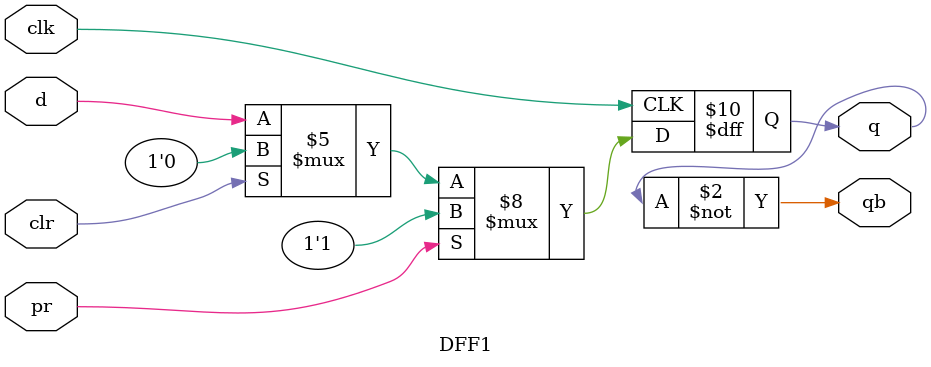
<source format=v>
module DFF1(clk,pr,clr,d,q,qb);
input clk,pr,clr,d;
output q,qb;
reg q;
initial
begin
q<=1'b0;
end
always@(posedge clk)
begin
if(pr)
begin
q<=1'b1;
end
else if(clr)
begin
q<=1'b0;
end
else 
begin
q<=d;
$display("clk:%0b, pr:%0b, clr:%0b, d:%0b,q:%0b,qb:%0b",
clk,pr,clr,d,q,qb);

end
end
  assign qb=~q;
endmodule


</source>
